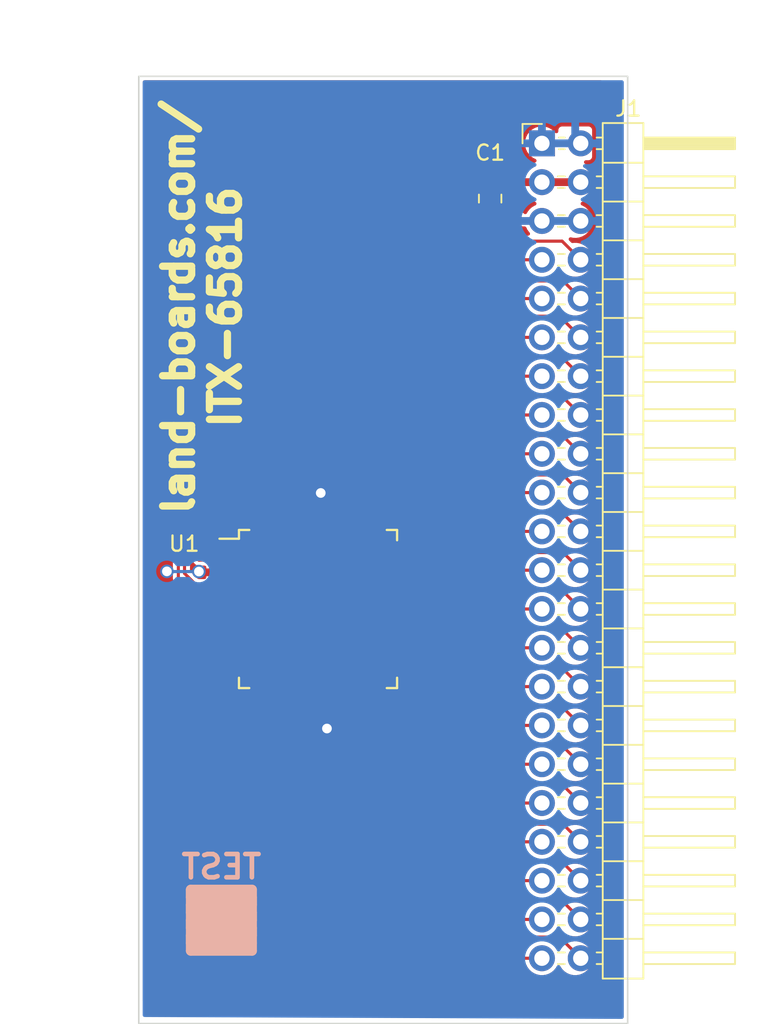
<source format=kicad_pcb>
(kicad_pcb (version 20211014) (generator pcbnew)
  (title_block (title "RETRO-EP4CE15") (date "2022-08-21") (rev "2") (company "land-boards.com"))
  (layers (0 "F.Cu" signal) (31 "B.Cu" signal) (36 "B.SilkS" user "B.Silkscreen") (37 "F.SilkS" user "F.Silkscreen") (38 "B.Mask" user) (39 "F.Mask" user) (44 "Edge.Cuts" user))
  (net 0 "")
  (net 1 "/IO_AA13")
  (net 2 "GND")
  (net 3 "+3V3")
  (net 4 "/IO_AB13")
  (net 5 "/IO_AA14")
  (net 6 "/IO_AB14")
  (net 7 "/IO_AA15")
  (net 8 "/IO_AB15")
  (net 9 "/IO_AA16")
  (net 10 "/IO_AB16")
  (net 11 "/IO_AA17")
  (net 12 "/IO_AB17")
  (net 13 "/IO_AA18")
  (net 14 "/IO_AB18")
  (net 15 "/IO_AA19")
  (net 16 "/IO_AB19")
  (net 17 "/IO_AB20")
  (net 18 "/IO_AA20")
  (net 19 "/IO_Y21")
  (net 20 "/IO_Y22")
  (net 21 "/IO_W21")
  (net 22 "/IO_W22")
  (net 23 "/IO_V21")
  (net 24 "/IO_V22")
  (net 25 "/IO_U21")
  (net 26 "/IO_U22")
  (net 27 "/IO_R21")
  (net 28 "/IO_R22")
  (net 29 "/IO_P21")
  (net 30 "/IO_P22")
  (net 31 "/IO_N21")
  (net 32 "/IO_M21")
  (net 33 "/IO_M22")
  (net 34 "/IO_L21")
  (net 35 "/IO_L22")
  (net 36 "/IO_K21")
  (net 37 "/IO_K22")
  (net 38 "/IO_J21")
  (net 39 "/IO_J22")
  (net 40 "/IO_N22")
  (footprint "LandBoards_Marking:TEST_BLK-REAR" (layer "F.Cu") (at 89.408 110.236)
    (fp_text reference "TEST" (at 0 -3.5) (layer "B.SilkS") (effects (font (size 1.524 1.524) (thickness 0.3048)) (justify mirror)))
    (fp_text value "COUPON" hide)
    (fp_line (start -2 -1) (end -2 -0.5) (layer "B.SilkS") (width 0.65))
    (fp_line (start 2 -1) (end -2 -1) (layer "B.SilkS") (width 0.65))
    (fp_line (start -2 -0.5) (end 2 -0.5) (layer "B.SilkS") (width 0.65))
    (fp_line (start 2 0.5) (end 2 1) (layer "B.SilkS") (width 0.65))
    (fp_line (start 2 -2) (end 2 2) (layer "B.SilkS") (width 0.65))
    (fp_line (start -2 0.5) (end 1.5 0.5) (layer "B.SilkS") (width 0.65))
    (fp_line (start 1.5 0.5) (end 2 0.5) (layer "B.SilkS") (width 0.65))
    (fp_line (start -2 -2) (end 2 -2) (layer "B.SilkS") (width 0.65))
    (fp_line (start 2 0) (end -2 0) (layer "B.SilkS") (width 0.65))
    (fp_line (start -2 -2) (end -2 -1.5) (layer "B.SilkS") (width 0.65))
    (fp_line (start -2 1.5) (end 2 1.5) (layer "B.SilkS") (width 0.65))
    (fp_line (start 2 1) (end -2 1) (layer "B.SilkS") (width 0.65))
    (fp_line (start -2 0) (end -2 0.5) (layer "B.SilkS") (width 0.65))
    (fp_line (start 2 -1.5) (end 2 -1) (layer "B.SilkS") (width 0.65))
    (fp_line (start -2 1) (end -2 1.5) (layer "B.SilkS") (width 0.65))
    (fp_line (start 2 -0.5) (end 2 0) (layer "B.SilkS") (width 0.65))
    (fp_line (start 2 2) (end -2 2) (layer "B.SilkS") (width 0.65))
    (fp_line (start -2 -1.5) (end 2 -1.5) (layer "B.SilkS") (width 0.65))
    (fp_line (start -2 2) (end -2 -2) (layer "B.SilkS") (width 0.65))
  )
  (footprint "Package_QFP:PQFP-44_10x10mm_P0.8mm" (layer "F.Cu") (at 95.7326 89.8652)
    (fp_text reference "U1" (at -8.763 -4.2672) (layer "F.SilkS"))
    (fp_text value "W65C816S6TQG-14")
    (fp_line (start -5.175 -5.175) (end -4.5 -5.175) (layer "F.SilkS") (width 0.15))
    (fp_line (start -5.175 5.175) (end -5.175 4.5) (layer "F.SilkS") (width 0.15))
    (fp_line (start 5.175 5.175) (end 4.5 5.175) (layer "F.SilkS") (width 0.15))
    (fp_line (start -5.175 5.175) (end -4.5 5.175) (layer "F.SilkS") (width 0.15))
    (fp_line (start 5.175 -5.175) (end 4.5 -5.175) (layer "F.SilkS") (width 0.15))
    (fp_line (start -5.175 -5.175) (end -5.175 -4.6) (layer "F.SilkS") (width 0.15))
    (fp_line (start -5.175 -4.6) (end -6.45 -4.6) (layer "F.SilkS") (width 0.15))
    (fp_line (start 5.175 -5.175) (end 5.175 -4.5) (layer "F.SilkS") (width 0.15))
    (fp_line (start 5.175 5.175) (end 5.175 4.5) (layer "F.SilkS") (width 0.15))
    (pad "1" smd rect (at -6.05 -4) (size 1.5 0.52) (layers "F.Cu" "F.Paste" "F.Mask") (net 5 "/IO_AA14"))
    (pad "2" smd rect (at -6.05 -3.2) (size 1.5 0.52) (layers "F.Cu" "F.Paste" "F.Mask") (net 6 "/IO_AB14"))
    (pad "3" smd rect (at -6.05 -2.4) (size 1.5 0.52) (layers "F.Cu" "F.Paste" "F.Mask") (net 3 "+3V3"))
    (pad "4" smd rect (at -6.05 -1.6) (size 1.5 0.52) (layers "F.Cu" "F.Paste" "F.Mask") (net 1 "/IO_AA13"))
    (pad "5" smd rect (at -6.05 -0.8) (size 1.5 0.52) (layers "F.Cu" "F.Paste" "F.Mask") (net 4 "/IO_AB13"))
    (pad "6" smd rect (at -6.05 0) (size 1.5 0.52) (layers "F.Cu" "F.Paste" "F.Mask"))
    (pad "7" smd rect (at -6.05 0.8) (size 1.5 0.52) (layers "F.Cu" "F.Paste" "F.Mask") (net 39 "/IO_J22"))
    (pad "8" smd rect (at -6.05 1.6) (size 1.5 0.52) (layers "F.Cu" "F.Paste" "F.Mask") (net 38 "/IO_J21"))
    (pad "9" smd rect (at -6.05 2.4) (size 1.5 0.52) (layers "F.Cu" "F.Paste" "F.Mask") (net 37 "/IO_K22"))
    (pad "10" smd rect (at -6.05 3.2) (size 1.5 0.52) (layers "F.Cu" "F.Paste" "F.Mask") (net 36 "/IO_K21"))
    (pad "11" smd rect (at -6.05 4) (size 1.5 0.52) (layers "F.Cu" "F.Paste" "F.Mask") (net 35 "/IO_L22"))
    (pad "12" smd rect (at -4 6.05) (size 0.52 1.5) (layers "F.Cu" "F.Paste" "F.Mask") (net 34 "/IO_L21"))
    (pad "13" smd rect (at -3.2 6.05) (size 0.52 1.5) (layers "F.Cu" "F.Paste" "F.Mask") (net 33 "/IO_M22"))
    (pad "14" smd rect (at -2.4 6.05) (size 0.52 1.5) (layers "F.Cu" "F.Paste" "F.Mask") (net 32 "/IO_M21"))
    (pad "15" smd rect (at -1.6 6.05) (size 0.52 1.5) (layers "F.Cu" "F.Paste" "F.Mask") (net 40 "/IO_N22"))
    (pad "16" smd rect (at -0.8 6.05) (size 0.52 1.5) (layers "F.Cu" "F.Paste" "F.Mask") (net 31 "/IO_N21"))
    (pad "17" smd rect (at 0 6.05) (size 0.52 1.5) (layers "F.Cu" "F.Paste" "F.Mask") (net 2 "GND"))
    (pad "18" smd rect (at 0.8 6.05) (size 0.52 1.5) (layers "F.Cu" "F.Paste" "F.Mask") (net 2 "GND"))
    (pad "19" smd rect (at 1.6 6.05) (size 0.52 1.5) (layers "F.Cu" "F.Paste" "F.Mask") (net 30 "/IO_P22"))
    (pad "20" smd rect (at 2.4 6.05) (size 0.52 1.5) (layers "F.Cu" "F.Paste" "F.Mask") (net 29 "/IO_P21"))
    (pad "21" smd rect (at 3.2 6.05) (size 0.52 1.5) (layers "F.Cu" "F.Paste" "F.Mask") (net 28 "/IO_R22"))
    (pad "22" smd rect (at 4 6.05) (size 0.52 1.5) (layers "F.Cu" "F.Paste" "F.Mask") (net 27 "/IO_R21"))
    (pad "23" smd rect (at 6.05 4) (size 1.5 0.52) (layers "F.Cu" "F.Paste" "F.Mask") (net 26 "/IO_U22"))
    (pad "24" smd rect (at 6.05 3.2) (size 1.5 0.52) (layers "F.Cu" "F.Paste" "F.Mask") (net 25 "/IO_U21"))
    (pad "25" smd rect (at 6.05 2.4) (size 1.5 0.52) (layers "F.Cu" "F.Paste" "F.Mask") (net 24 "/IO_V22"))
    (pad "26" smd rect (at 6.05 1.6) (size 1.5 0.52) (layers "F.Cu" "F.Paste" "F.Mask") (net 23 "/IO_V21"))
    (pad "27" smd rect (at 6.05 0.8) (size 1.5 0.52) (layers "F.Cu" "F.Paste" "F.Mask") (net 22 "/IO_W22"))
    (pad "28" smd rect (at 6.05 0) (size 1.5 0.52) (layers "F.Cu" "F.Paste" "F.Mask") (net 21 "/IO_W21"))
    (pad "29" smd rect (at 6.05 -0.8) (size 1.5 0.52) (layers "F.Cu" "F.Paste" "F.Mask") (net 20 "/IO_Y22"))
    (pad "30" smd rect (at 6.05 -1.6) (size 1.5 0.52) (layers "F.Cu" "F.Paste" "F.Mask") (net 19 "/IO_Y21"))
    (pad "31" smd rect (at 6.05 -2.4) (size 1.5 0.52) (layers "F.Cu" "F.Paste" "F.Mask") (net 3 "+3V3"))
    (pad "32" smd rect (at 6.05 -3.2) (size 1.5 0.52) (layers "F.Cu" "F.Paste" "F.Mask") (net 18 "/IO_AA20"))
    (pad "33" smd rect (at 6.05 -4) (size 1.5 0.52) (layers "F.Cu" "F.Paste" "F.Mask") (net 17 "/IO_AB20"))
    (pad "34" smd rect (at 4 -6.05) (size 0.52 1.5) (layers "F.Cu" "F.Paste" "F.Mask") (net 15 "/IO_AA19"))
    (pad "35" smd rect (at 3.2 -6.05) (size 0.52 1.5) (layers "F.Cu" "F.Paste" "F.Mask") (net 16 "/IO_AB19"))
    (pad "36" smd rect (at 2.4 -6.05) (size 0.52 1.5) (layers "F.Cu" "F.Paste" "F.Mask") (net 13 "/IO_AA18"))
    (pad "37" smd rect (at 1.6 -6.05) (size 0.52 1.5) (layers "F.Cu" "F.Paste" "F.Mask") (net 14 "/IO_AB18"))
    (pad "38" smd rect (at 0.8 -6.05) (size 0.52 1.5) (layers "F.Cu" "F.Paste" "F.Mask") (net 11 "/IO_AA17"))
    (pad "39" smd rect (at 0 -6.05) (size 0.52 1.5) (layers "F.Cu" "F.Paste" "F.Mask") (net 2 "GND"))
    (pad "40" smd rect (at -0.8 -6.05) (size 0.52 1.5) (layers "F.Cu" "F.Paste" "F.Mask") (net 12 "/IO_AB17"))
    (pad "41" smd rect (at -1.6 -6.05) (size 0.52 1.5) (layers "F.Cu" "F.Paste" "F.Mask") (net 9 "/IO_AA16"))
    (pad "42" smd rect (at -2.4 -6.05) (size 0.52 1.5) (layers "F.Cu" "F.Paste" "F.Mask") (net 10 "/IO_AB16"))
    (pad "43" smd rect (at -3.2 -6.05) (size 0.52 1.5) (layers "F.Cu" "F.Paste" "F.Mask") (net 7 "/IO_AA15"))
    (pad "44" smd rect (at -4 -6.05) (size 0.52 1.5) (layers "F.Cu" "F.Paste" "F.Mask") (net 8 "/IO_AB15"))
  )
  (footprint "Connector_PinHeader_2.54mm:PinHeader_2x22_P2.54mm_Horizontal" (layer "F.Cu") (at 110.3884 59.3852)
    (fp_text reference "J1" (at 5.655 -2.27) (layer "F.SilkS"))
    (fp_text value "Conn_02x22_Odd_Even")
    (fp_line (start 12.64 52.96) (end 12.64 53.72) (layer "F.SilkS") (width 0.12))
    (fp_line (start 1.042929 2.16) (end 1.497071 2.16) (layer "F.SilkS") (width 0.12))
    (fp_line (start 3.582929 37.72) (end 3.98 37.72) (layer "F.SilkS") (width 0.12))
    (fp_line (start 1.042929 9.78) (end 1.497071 9.78) (layer "F.SilkS") (width 0.12))
    (fp_line (start 3.582929 30.86) (end 3.98 30.86) (layer "F.SilkS") (width 0.12))
    (fp_line (start 3.582929 51.18) (end 3.98 51.18) (layer "F.SilkS") (width 0.12))
    (fp_line (start 12.64 2.16) (end 12.64 2.92) (layer "F.SilkS") (width 0.12))
    (fp_line (start 12.64 10.54) (end 6.64 10.54) (layer "F.SilkS") (width 0.12))
    (fp_line (start 3.98 29.21) (end 6.64 29.21) (layer "F.SilkS") (width 0.12))
    (fp_line (start 6.64 19.94) (end 12.64 19.94) (layer "F.SilkS") (width 0.12))
    (fp_line (start 3.582929 48.64) (end 3.98 48.64) (layer "F.SilkS") (width 0.12))
    (fp_line (start 12.64 30.86) (end 6.64 30.86) (layer "F.SilkS") (width 0.12))
    (fp_line (start 12.64 0.38) (end 6.64 0.38) (layer "F.SilkS") (width 0.12))
    (fp_line (start 1.042929 22.48) (end 1.497071 22.48) (layer "F.SilkS") (width 0.12))
    (fp_line (start 1.042929 17.4) (end 1.497071 17.4) (layer "F.SilkS") (width 0.12))
    (fp_line (start 3.582929 27.56) (end 3.98 27.56) (layer "F.SilkS") (width 0.12))
    (fp_line (start 3.582929 32.64) (end 3.98 32.64) (layer "F.SilkS") (width 0.12))
    (fp_line (start 3.582929 46.1) (end 3.98 46.1) (layer "F.SilkS") (width 0.12))
    (fp_line (start 1.042929 5.46) (end 1.497071 5.46) (layer "F.SilkS") (width 0.12))
    (fp_line (start 1.042929 8) (end 1.497071 8) (layer "F.SilkS") (width 0.12))
    (fp_line (start 12.64 17.4) (end 12.64 18.16) (layer "F.SilkS") (width 0.12))
    (fp_line (start 12.64 18.16) (end 6.64 18.16) (layer "F.SilkS") (width 0.12))
    (fp_line (start 3.98 19.05) (end 6.64 19.05) (layer "F.SilkS") (width 0.12))
    (fp_line (start 3.582929 50.42) (end 3.98 50.42) (layer "F.SilkS") (width 0.12))
    (fp_line (start 6.64 0.28) (end 12.64 0.28) (layer "F.SilkS") (width 0.12))
    (fp_line (start 3.582929 41.02) (end 3.98 41.02) (layer "F.SilkS") (width 0.12))
    (fp_line (start 3.582929 18.16) (end 3.98 18.16) (layer "F.SilkS") (width 0.12))
    (fp_line (start 12.64 27.56) (end 12.64 28.32) (layer "F.SilkS") (width 0.12))
    (fp_line (start 1.042929 35.94) (end 1.497071 35.94) (layer "F.SilkS") (width 0.12))
    (fp_line (start 1.042929 38.48) (end 1.497071 38.48) (layer "F.SilkS") (width 0.12))
    (fp_line (start 3.98 46.99) (end 6.64 46.99) (layer "F.SilkS") (width 0.12))
    (fp_line (start 12.64 8) (end 6.64 8) (layer "F.SilkS") (width 0.12))
    (fp_line (start 6.64 35.18) (end 12.64 35.18) (layer "F.SilkS") (width 0.12))
    (fp_line (start 12.64 5.46) (end 6.64 5.46) (layer "F.SilkS") (width 0.12))
    (fp_line (start 3.98 1.27) (end 6.64 1.27) (layer "F.SilkS") (width 0.12))
    (fp_line (start 3.582929 35.18) (end 3.98 35.18) (layer "F.SilkS") (width 0.12))
    (fp_line (start 6.64 27.56) (end 12.64 27.56) (layer "F.SilkS") (width 0.12))
    (fp_line (start 12.64 53.72) (end 6.64 53.72) (layer "F.SilkS") (width 0.12))
    (fp_line (start 12.64 22.48) (end 12.64 23.24) (layer "F.SilkS") (width 0.12))
    (fp_line (start 6.64 22.48) (end 12.64 22.48) (layer "F.SilkS") (width 0.12))
    (fp_line (start 3.582929 17.4) (end 3.98 17.4) (layer "F.SilkS") (width 0.12))
    (fp_line (start 3.582929 2.92) (end 3.98 2.92) (layer "F.SilkS") (width 0.12))
    (fp_line (start 3.98 31.75) (end 6.64 31.75) (layer "F.SilkS") (width 0.12))
    (fp_line (start 3.582929 5.46) (end 3.98 5.46) (layer "F.SilkS") (width 0.12))
    (fp_line (start 1.042929 37.72) (end 1.497071 37.72) (layer "F.SilkS") (width 0.12))
    (fp_line (start 1.042929 52.96) (end 1.497071 52.96) (layer "F.SilkS") (width 0.12))
    (fp_line (start 1.11 -0.38) (end 1.497071 -0.38) (layer "F.SilkS") (width 0.12))
    (fp_line (start 1.042929 12.32) (end 1.497071 12.32) (layer "F.SilkS") (width 0.12))
    (fp_line (start 12.64 9.78) (end 12.64 10.54) (layer "F.SilkS") (width 0.12))
    (fp_line (start 6.64 40.26) (end 12.64 40.26) (layer "F.SilkS") (width 0.12))
    (fp_line (start 6.64 45.34) (end 12.64 45.34) (layer "F.SilkS") (width 0.12))
    (fp_line (start 3.582929 23.24) (end 3.98 23.24) (layer "F.SilkS") (width 0.12))
    (fp_line (start 3.582929 8) (end 3.98 8) (layer "F.SilkS") (width 0.12))
    (fp_line (start 3.98 3.81) (end 6.64 3.81) (layer "F.SilkS") (width 0.12))
    (fp_line (start 3.582929 9.78) (end 3.98 9.78) (layer "F.SilkS") (width 0.12))
    (fp_line (start 3.582929 4.7) (end 3.98 4.7) (layer "F.SilkS") (width 0.12))
    (fp_line (start 6.64 -0.2) (end 12.64 -0.2) (layer "F.SilkS") (width 0.12))
    (fp_line (start 6.64 7.24) (end 12.64 7.24) (layer "F.SilkS") (width 0.12))
    (fp_line (start 1.042929 53.72) (end 1.497071 53.72) (layer "F.SilkS") (width 0.12))
    (fp_line (start 6.64 -0.38) (end 12.64 -0.38) (layer "F.SilkS") (width 0.12))
    (fp_line (start 3.582929 52.96) (end 3.98 52.96) (layer "F.SilkS") (width 0.12))
    (fp_line (start 1.042929 19.94) (end 1.497071 19.94) (layer "F.SilkS") (width 0.12))
    (fp_line (start 3.582929 53.72) (end 3.98 53.72) (layer "F.SilkS") (width 0.12))
    (fp_line (start 1.042929 32.64) (end 1.497071 32.64) (layer "F.SilkS") (width 0.12))
    (fp_line (start 12.64 15.62) (end 6.64 15.62) (layer "F.SilkS") (width 0.12))
    (fp_line (start 12.64 42.8) (end 12.64 43.56) (layer "F.SilkS") (width 0.12))
    (fp_line (start 1.042929 14.86) (end 1.497071 14.86) (layer "F.SilkS") (width 0.12))
    (fp_line (start 12.64 41.02) (end 6.64 41.02) (layer "F.SilkS") (width 0.12))
    (fp_line (start 3.98 36.83) (end 6.64 36.83) (layer "F.SilkS") (width 0.12))
    (fp_line (start 12.64 13.08) (end 6.64 13.08) (layer "F.SilkS") (width 0.12))
    (fp_line (start 6.64 -0.08) (end 12.64 -0.08) (layer "F.SilkS") (width 0.12))
    (fp_line (start 3.582929 40.26) (end 3.98 40.26) (layer "F.SilkS") (width 0.12))
    (fp_line (start 3.98 8.89) (end 6.64 8.89) (layer "F.SilkS") (width 0.12))
    (fp_line (start 1.042929 40.26) (end 1.497071 40.26) (layer "F.SilkS") (width 0.12))
    (fp_line (start 6.64 0.16) (end 12.64 0.16) (layer "F.SilkS") (width 0.12))
    (fp_line (start 1.042929 23.24) (end 1.497071 23.24) (layer "F.SilkS") (width 0.12))
    (fp_line (start 3.582929 -0.38) (end 3.98 -0.38) (layer "F.SilkS") (width 0.12))
    (fp_line (start 6.64 14.86) (end 12.64 14.86) (layer "F.SilkS") (width 0.12))
    (fp_line (start 3.98 26.67) (end 6.64 26.67) (layer "F.SilkS") (width 0.12))
    (fp_line (start 3.582929 28.32) (end 3.98 28.32) (layer "F.SilkS") (width 0.12))
    (fp_line (start 3.582929 2.16) (end 3.98 2.16) (layer "F.SilkS") (width 0.12))
    (fp_line (start 3.582929 15.62) (end 3.98 15.62) (layer "F.SilkS") (width 0.12))
    (fp_line (start -1.27 -1.27) (end 0 -1.27) (layer "F.SilkS") (width 0.12))
    (fp_line (start 12.64 7.24) (end 12.64 8) (layer "F.SilkS") (width 0.12))
    (fp_line (start 12.64 51.18) (end 6.64 51.18) (layer "F.SilkS") (width 0.12))
    (fp_line (start 6.64 -0.32) (end 12.64 -0.32) (layer "F.SilkS") (width 0.12))
    (fp_line (start 1.042929 30.86) (end 1.497071 30.86) (layer "F.SilkS") (width 0.12))
    (fp_line (start 12.64 14.86) (end 12.64 15.62) (layer "F.SilkS") (width 0.12))
    (fp_line (start 12.64 38.48) (end 6.64 38.48) (layer "F.SilkS") (width 0.12))
    (fp_line (start 3.98 13.97) (end 6.64 13.97) (layer "F.SilkS") (width 0.12))
    (fp_line (start 3.98 41.91) (end 6.64 41.91) (layer "F.SilkS") (width 0.12))
    (fp_line (start 1.042929 15.62) (end 1.497071 15.62) (layer "F.SilkS") (width 0.12))
    (fp_line (start 3.98 -1.33) (end 3.98 54.67) (layer "F.SilkS") (width 0.12))
    (fp_line (start 6.64 50.42) (end 12.64 50.42) (layer "F.SilkS") (width 0.12))
    (fp_line (start 1.042929 30.1) (end 1.497071 30.1) (layer "F.SilkS") (width 0.12))
    (fp_line (start 12.64 47.88) (end 12.64 48.64) (layer "F.SilkS") (width 0.12))
    (fp_line (start 1.042929 45.34) (end 1.497071 45.34) (layer "F.SilkS") (width 0.12))
    (fp_line (start -1.27 0) (end -1.27 -1.27) (layer "F.SilkS") (width 0.12))
    (fp_line (start 3.582929 35.94) (end 3.98 35.94) (layer "F.SilkS") (width 0.12))
    (fp_line (start 1.042929 20.7) (end 1.497071 20.7) (layer "F.SilkS") (width 0.12))
    (fp_line (start 6.64 2.16) (end 12.64 2.16) (layer "F.SilkS") (width 0.12))
    (fp_line (start 6.64 9.78) (end 12.64 9.78) (layer "F.SilkS") (width 0.12))
    (fp_line (start 12.64 48.64) (end 6.64 48.64) (layer "F.SilkS") (width 0.12))
    (fp_line (start 3.582929 33.4) (end 3.98 33.4) (layer "F.SilkS") (width 0.12))
    (fp_line (start 3.582929 20.7) (end 3.98 20.7) (layer "F.SilkS") (width 0.12))
    (fp_line (start 3.582929 13.08) (end 3.98 13.08) (layer "F.SilkS") (width 0.12))
    (fp_line (start 3.582929 30.1) (end 3.98 30.1) (layer "F.SilkS") (width 0.12))
    (fp_line (start 3.98 52.07) (end 6.64 52.07) (layer "F.SilkS") (width 0.12))
    (fp_line (start 1.042929 43.56) (end 1.497071 43.56) (layer "F.SilkS") (width 0.12))
    (fp_line (start 3.98 24.13) (end 6.64 24.13) (layer "F.SilkS") (width 0.12))
    (fp_line (start 1.042929 47.88) (end 1.497071 47.88) (layer "F.SilkS") (width 0.12))
    (fp_line (start 3.582929 45.34) (end 3.98 45.34) (layer "F.SilkS") (width 0.12))
    (fp_line (start 12.64 25.78) (end 6.64 25.78) (layer "F.SilkS") (width 0.12))
    (fp_line (start 3.582929 19.94) (end 3.98 19.94) (layer "F.SilkS") (width 0.12))
    (fp_line (start 6.64 17.4) (end 12.64 17.4) (layer "F.SilkS") (width 0.12))
    (fp_line (start 12.64 45.34) (end 12.64 46.1) (layer "F.SilkS") (width 0.12))
    (fp_line (start 6.64 32.64) (end 12.64 32.64) (layer "F.SilkS") (width 0.12))
    (fp_line (start 12.64 46.1) (end 6.64 46.1) (layer "F.SilkS") (width 0.12))
    (fp_line (start 1.042929 33.4) (end 1.497071 33.4) (layer "F.SilkS") (width 0.12))
    (fp_line (start 6.64 4.7) (end 12.64 4.7) (layer "F.SilkS") (width 0.12))
    (fp_line (start 3.582929 0.38) (end 3.98 0.38) (layer "F.SilkS") (width 0.12))
    (fp_line (start 12.64 19.94) (end 12.64 20.7) (layer "F.SilkS") (width 0.12))
    (fp_line (start 6.64 42.8) (end 12.64 42.8) (layer "F.SilkS") (width 0.12))
    (fp_line (start 12.64 23.24) (end 6.64 23.24) (layer "F.SilkS") (width 0.12))
    (fp_line (start 1.042929 41.02) (end 1.497071 41.02) (layer "F.SilkS") (width 0.12))
    (fp_line (start 1.042929 18.16) (end 1.497071 18.16) (layer "F.SilkS") (width 0.12))
    (fp_line (start 12.64 28.32) (end 6.64 28.32) (layer "F.SilkS") (width 0.12))
    (fp_line (start 1.042929 13.08) (end 1.497071 13.08) (layer "F.SilkS") (width 0.12))
    (fp_line (start 3.582929 25.02) (end 3.98 25.02) (layer "F.SilkS") (width 0.12))
    (fp_line (start 1.042929 4.7) (end 1.497071 4.7) (layer "F.SilkS") (width 0.12))
    (fp_line (start 3.582929 25.78) (end 3.98 25.78) (layer "F.SilkS") (width 0.12))
    (fp_line (start 1.042929 51.18) (end 1.497071 51.18) (layer "F.SilkS") (width 0.12))
    (fp_line (start 1.042929 10.54) (end 1.497071 10.54) (layer "F.SilkS") (width 0.12))
    (fp_line (start 1.042929 7.24) (end 1.497071 7.24) (layer "F.SilkS") (width 0.12))
    (fp_line (start 1.042929 35.18) (end 1.497071 35.18) (layer "F.SilkS") (width 0.12))
    (fp_line (start 6.64 -1.33) (end 3.98 -1.33) (layer "F.SilkS") (width 0.12))
    (fp_line (start 1.042929 25.78) (end 1.497071 25.78) (layer "F.SilkS") (width 0.12))
    (fp_line (start 3.582929 38.48) (end 3.98 38.48) (layer "F.SilkS") (width 0.12))
    (fp_line (start 1.042929 50.42) (end 1.497071 50.42) (layer "F.SilkS") (width 0.12))
    (fp_line (start 12.64 33.4) (end 6.64 33.4) (layer "F.SilkS") (width 0.12))
    (fp_line (start 1.042929 28.32) (end 1.497071 28.32) (layer "F.SilkS") (width 0.12))
    (fp_line (start 1.042929 48.64) (end 1.497071 48.64) (layer "F.SilkS") (width 0.12))
    (fp_line (start 6.64 47.88) (end 12.64 47.88) (layer "F.SilkS") (width 0.12))
    (fp_line (start 12.64 37.72) (end 12.64 38.48) (layer "F.SilkS") (width 0.12))
    (fp_line (start 1.042929 25.02) (end 1.497071 25.02) (layer "F.SilkS") (width 0.12))
    (fp_line (start 12.64 35.18) (end 12.64 35.94) (layer "F.SilkS") (width 0.12))
    (fp_line (start 12.64 40.26) (end 12.64 41.02) (layer "F.SilkS") (width 0.12))
    (fp_line (start 1.042929 27.56) (end 1.497071 27.56) (layer "F.SilkS") (width 0.12))
    (fp_line (start 12.64 35.94) (end 6.64 35.94) (layer "F.SilkS") (width 0.12))
    (fp_line (start 1.042929 42.8) (end 1.497071 42.8) (layer "F.SilkS") (width 0.12))
    (fp_line (start 12.64 50.42) (end 12.64 51.18) (layer "F.SilkS") (width 0.12))
    (fp_line (start 12.64 30.1) (end 12.64 30.86) (layer "F.SilkS") (width 0.12))
    (fp_line (start 3.98 54.67) (end 6.64 54.67) (layer "F.SilkS") (width 0.12))
    (fp_line (start 6.64 12.32) (end 12.64 12.32) (layer "F.SilkS") (width 0.12))
    (fp_line (start 3.98 16.51) (end 6.64 16.51) (layer "F.SilkS") (width 0.12))
    (fp_line (start 3.582929 43.56) (end 3.98 43.56) (layer "F.SilkS") (width 0.12))
    (fp_line (start 6.64 0.04) (end 12.64 0.04) (layer "F.SilkS") (width 0.12))
    (fp_line (start 3.98 49.53) (end 6.64 49.53) (layer "F.SilkS") (width 0.12))
    (fp_line (start 6.64 30.1) (end 12.64 30.1) (layer "F.SilkS") (width 0.12))
    (fp_line (start 12.64 43.56) (end 6.64 43.56) (layer "F.SilkS") (width 0.12))
    (fp_line (start 3.582929 12.32) (end 3.98 12.32) (layer "F.SilkS") (width 0.12))
    (fp_line (start 3.98 21.59) (end 6.64 21.59) (layer "F.SilkS") (width 0.12))
    (fp_line (start 12.64 20.7) (end 6.64 20.7) (layer "F.SilkS") (width 0.12))
    (fp_line (start 3.98 44.45) (end 6.64 44.45) (layer "F.SilkS") (width 0.12))
    (fp_line (start 12.64 25.02) (end 12.64 25.78) (layer "F.SilkS") (width 0.12))
    (fp_line (start 12.64 -0.38) (end 12.64 0.38) (layer "F.SilkS") (width 0.12))
    (fp_line (start 6.64 54.67) (end 6.64 -1.33) (layer "F.SilkS") (width 0.12))
    (fp_line (start 3.98 11.43) (end 6.64 11.43) (layer "F.SilkS") (width 0.12))
    (fp_line (start 1.042929 2.92) (end 1.497071 2.92) (layer "F.SilkS") (width 0.12))
    (fp_line (start 1.11 0.38) (end 1.497071 0.38) (layer "F.SilkS") (width 0.12))
    (fp_line (start 12.64 2.92) (end 6.64 2.92) (layer "F.SilkS") (width 0.12))
    (fp_line (start 6.64 52.96) (end 12.64 52.96) (layer "F.SilkS") (width 0.12))
    (fp_line (start 3.582929 42.8) (end 3.98 42.8) (layer "F.SilkS") (width 0.12))
    (fp_line (start 3.582929 22.48) (end 3.98 22.48) (layer "F.SilkS") (width 0.12))
    (fp_line (start 12.64 12.32) (end 12.64 13.08) (layer "F.SilkS") (width 0.12))
    (fp_line (start 12.64 32.64) (end 12.64 33.4) (layer "F.SilkS") (width 0.12))
    (fp_line (start 6.64 37.72) (end 12.64 37.72) (layer "F.SilkS") (width 0.12))
    (fp_line (start 3.582929 14.86) (end 3.98 14.86) (layer "F.SilkS") (width 0.12))
    (fp_line (start 3.98 39.37) (end 6.64 39.37) (layer "F.SilkS") (width 0.12))
    (fp_line (start 3.98 34.29) (end 6.64 34.29) (layer "F.SilkS") (width 0.12))
    (fp_line (start 6.64 25.02) (end 12.64 25.02) (layer "F.SilkS") (width 0.12))
    (fp_line (start 3.582929 47.88) (end 3.98 47.88) (layer "F.SilkS") (width 0.12))
    (fp_line (start 3.582929 10.54) (end 3.98 10.54) (layer "F.SilkS") (width 0.12))
    (fp_line (start 3.582929 7.24) (end 3.98 7.24) (layer "F.SilkS") (width 0.12))
    (fp_line (start 12.64 4.7) (end 12.64 5.46) (layer "F.SilkS") (width 0.12))
    (fp_line (start 3.98 6.35) (end 6.64 6.35) (layer "F.SilkS") (width 0.12))
    (fp_line (start 1.042929 46.1) (end 1.497071 46.1) (layer "F.SilkS") (width 0.12))
    (pad "1" thru_hole rect (at 0 0) (size 1.7 1.7) (drill 1) (layers *.Cu *.Mask) (net 2 "GND"))
    (pad "2" thru_hole oval (at 2.54 0) (size 1.7 1.7) (drill 1) (layers *.Cu *.Mask) (net 2 "GND"))
    (pad "3" thru_hole oval (at 0 2.54) (size 1.7 1.7) (drill 1) (layers *.Cu *.Mask) (net 3 "+3V3"))
    (pad "4" thru_hole oval (at 2.54 2.54) (size 1.7 1.7) (drill 1) (layers *.Cu *.Mask) (net 3 "+3V3"))
    (pad "5" thru_hole oval (at 0 5.08) (size 1.7 1.7) (drill 1) (layers *.Cu *.Mask) (net 2 "GND"))
    (pad "6" thru_hole oval (at 2.54 5.08) (size 1.7 1.7) (drill 1) (layers *.Cu *.Mask) (net 2 "GND"))
    (pad "7" thru_hole oval (at 0 7.62) (size 1.7 1.7) (drill 1) (layers *.Cu *.Mask) (net 1 "/IO_AA13"))
    (pad "8" thru_hole oval (at 2.54 7.62) (size 1.7 1.7) (drill 1) (layers *.Cu *.Mask) (net 4 "/IO_AB13"))
    (pad "9" thru_hole oval (at 0 10.16) (size 1.7 1.7) (drill 1) (layers *.Cu *.Mask) (net 5 "/IO_AA14"))
    (pad "10" thru_hole oval (at 2.54 10.16) (size 1.7 1.7) (drill 1) (layers *.Cu *.Mask) (net 6 "/IO_AB14"))
    (pad "11" thru_hole oval (at 0 12.7) (size 1.7 1.7) (drill 1) (layers *.Cu *.Mask) (net 7 "/IO_AA15"))
    (pad "12" thru_hole oval (at 2.54 12.7) (size 1.7 1.7) (drill 1) (layers *.Cu *.Mask) (net 8 "/IO_AB15"))
    (pad "13" thru_hole oval (at 0 15.24) (size 1.7 1.7) (drill 1) (layers *.Cu *.Mask) (net 9 "/IO_AA16"))
    (pad "14" thru_hole oval (at 2.54 15.24) (size 1.7 1.7) (drill 1) (layers *.Cu *.Mask) (net 10 "/IO_AB16"))
    (pad "15" thru_hole oval (at 0 17.78) (size 1.7 1.7) (drill 1) (layers *.Cu *.Mask) (net 11 "/IO_AA17"))
    (pad "16" thru_hole oval (at 2.54 17.78) (size 1.7 1.7) (drill 1) (layers *.Cu *.Mask) (net 12 "/IO_AB17"))
    (pad "17" thru_hole oval (at 0 20.32) (size 1.7 1.7) (drill 1) (layers *.Cu *.Mask) (net 13 "/IO_AA18"))
    (pad "18" thru_hole oval (at 2.54 20.32) (size 1.7 1.7) (drill 1) (layers *.Cu *.Mask) (net 14 "/IO_AB18"))
    (pad "19" thru_hole oval (at 0 22.86) (size 1.7 1.7) (drill 1) (layers *.Cu *.Mask) (net 15 "/IO_AA19"))
    (pad "20" thru_hole oval (at 2.54 22.86) (size 1.7 1.7) (drill 1) (layers *.Cu *.Mask) (net 16 "/IO_AB19"))
    (pad "21" thru_hole oval (at 0 25.4) (size 1.7 1.7) (drill 1) (layers *.Cu *.Mask) (net 18 "/IO_AA20"))
    (pad "22" thru_hole oval (at 2.54 25.4) (size 1.7 1.7) (drill 1) (layers *.Cu *.Mask) (net 17 "/IO_AB20"))
    (pad "23" thru_hole oval (at 0 27.94) (size 1.7 1.7) (drill 1) (layers *.Cu *.Mask) (net 20 "/IO_Y22"))
    (pad "24" thru_hole oval (at 2.54 27.94) (size 1.7 1.7) (drill 1) (layers *.Cu *.Mask) (net 19 "/IO_Y21"))
    (pad "25" thru_hole oval (at 0 30.48) (size 1.7 1.7) (drill 1) (layers *.Cu *.Mask) (net 22 "/IO_W22"))
    (pad "26" thru_hole oval (at 2.54 30.48) (size 1.7 1.7) (drill 1) (layers *.Cu *.Mask) (net 21 "/IO_W21"))
    (pad "27" thru_hole oval (at 0 33.02) (size 1.7 1.7) (drill 1) (layers *.Cu *.Mask) (net 24 "/IO_V22"))
    (pad "28" thru_hole oval (at 2.54 33.02) (size 1.7 1.7) (drill 1) (layers *.Cu *.Mask) (net 23 "/IO_V21"))
    (pad "29" thru_hole oval (at 0 35.56) (size 1.7 1.7) (drill 1) (layers *.Cu *.Mask) (net 26 "/IO_U22"))
    (pad "30" thru_hole oval (at 2.54 35.56) (size 1.7 1.7) (drill 1) (layers *.Cu *.Mask) (net 25 "/IO_U21"))
    (pad "31" thru_hole oval (at 0 38.1) (size 1.7 1.7) (drill 1) (layers *.Cu *.Mask) (net 28 "/IO_R22"))
    (pad "32" thru_hole oval (at 2.54 38.1) (size 1.7 1.7) (drill 1) (layers *.Cu *.Mask) (net 27 "/IO_R21"))
    (pad "33" thru_hole oval (at 0 40.64) (size 1.7 1.7) (drill 1) (layers *.Cu *.Mask) (net 30 "/IO_P22"))
    (pad "34" thru_hole oval (at 2.54 40.64) (size 1.7 1.7) (drill 1) (layers *.Cu *.Mask) (net 29 "/IO_P21"))
    (pad "35" thru_hole oval (at 0 43.18) (size 1.7 1.7) (drill 1) (layers *.Cu *.Mask) (net 40 "/IO_N22"))
    (pad "36" thru_hole oval (at 2.54 43.18) (size 1.7 1.7) (drill 1) (layers *.Cu *.Mask) (net 31 "/IO_N21"))
    (pad "37" thru_hole oval (at 0 45.72) (size 1.7 1.7) (drill 1) (layers *.Cu *.Mask) (net 33 "/IO_M22"))
    (pad "38" thru_hole oval (at 2.54 45.72) (size 1.7 1.7) (drill 1) (layers *.Cu *.Mask) (net 32 "/IO_M21"))
    (pad "39" thru_hole oval (at 0 48.26) (size 1.7 1.7) (drill 1) (layers *.Cu *.Mask) (net 35 "/IO_L22"))
    (pad "40" thru_hole oval (at 2.54 48.26) (size 1.7 1.7) (drill 1) (layers *.Cu *.Mask) (net 34 "/IO_L21"))
    (pad "41" thru_hole oval (at 0 50.8) (size 1.7 1.7) (drill 1) (layers *.Cu *.Mask) (net 37 "/IO_K22"))
    (pad "42" thru_hole oval (at 2.54 50.8) (size 1.7 1.7) (drill 1) (layers *.Cu *.Mask) (net 36 "/IO_K21"))
    (pad "43" thru_hole oval (at 0 53.34) (size 1.7 1.7) (drill 1) (layers *.Cu *.Mask) (net 39 "/IO_J22"))
    (pad "44" thru_hole oval (at 2.54 53.34) (size 1.7 1.7) (drill 1) (layers *.Cu *.Mask) (net 38 "/IO_J21"))
  )
  (footprint "Capacitor_SMD:C_0805_2012Metric_Pad1.18x1.45mm_HandSolder" (layer "F.Cu") (at 107 63 -90)
    (fp_text reference "C1" (at -3 0) (layer "F.SilkS"))
    (fp_text value "0.1uF")
    (fp_line (start -0.261252 -0.735) (end 0.261252 -0.735) (layer "F.SilkS") (width 0.12))
    (fp_line (start -0.261252 0.735) (end 0.261252 0.735) (layer "F.SilkS") (width 0.12))
    (pad "1" smd roundrect (at -1.0375 0 270) (size 1.175 1.45) (layers "F.Cu" "F.Paste" "F.Mask") (roundrect_rratio 0.2127659574) (net 3 "+3V3"))
    (pad "2" smd roundrect (at 1.0375 0 270) (size 1.175 1.45) (layers "F.Cu" "F.Paste" "F.Mask") (roundrect_rratio 0.2127659574) (net 2 "GND"))
  )
  (gr_rect (start 84 55) (end 116 117) (layer "Edge.Cuts") (width 0.1) (fill none))
  (gr_text "land-boards.com/\nITX-65816" (at 88.138 70.104 90) (layer "F.SilkS") (effects (font (size 1.905 1.905) (thickness 0.47625))))
  (segment (start 101.092 67.0052) (end 110.3884 67.0052) (width 0.2032) (layer "F.Cu") (net 1))
  (segment (start 87.726999 88.2652) (end 86.995 87.533201) (width 0.2032) (layer "F.Cu") (net 1))
  (segment (start 89.6826 88.2652) (end 87.726999 88.2652) (width 0.2032) (layer "F.Cu") (net 1))
  (segment (start 86.995 87.533201) (end 86.995 81.1022) (width 0.2032) (layer "F.Cu") (net 1))
  (segment (start 86.995 81.1022) (end 101.092 67.0052) (width 0.2032) (layer "F.Cu") (net 1))
  (segment (start 95.7326 82.3214) (end 95.7834 82.2706) (width 0.2032) (layer "F.Cu") (net 2))
  (segment (start 110.3884 64.4652) (end 109.1852 64.4652) (width 0.2032) (layer "F.Cu") (net 2))
  (segment (start 95.7326 95.9152) (end 95.7326 97.1042) (width 0.2032) (layer "F.Cu") (net 2))
  (segment (start 95.7326 97.1042) (end 96.3168 97.6884) (width 0.2032) (layer "F.Cu") (net 2))
  (segment (start 96.5326 95.9152) (end 96.5326 97.498) (width 0.2032) (layer "F.Cu") (net 2))
  (segment (start 107.0375 64) (end 108.72 64) (width 0.2032) (layer "F.Cu") (net 2))
  (segment (start 107 64.0375) (end 107.0375 64) (width 0.2032) (layer "F.Cu") (net 2))
  (segment (start 95.7834 82.2706) (end 95.9104 82.2706) (width 0.2032) (layer "F.Cu") (net 2))
  (segment (start 95.7326 83.8152) (end 95.7326 82.3214) (width 0.2032) (layer "F.Cu") (net 2))
  (segment (start 96.5326 97.498) (end 96.3422 97.6884) (width 0.2032) (layer "F.Cu") (net 2))
  (segment (start 96.3422 97.6884) (end 96.3168 97.6884) (width 0.2032) (layer "F.Cu") (net 2))
  (segment (start 109.1852 64.4652) (end 108.72 64) (width 0.2032) (layer "F.Cu") (net 2))
  (via (at 96.3168 97.6884) (size 0.889) (drill 0.635) (layers "F.Cu" "B.Cu") (net 2))
  (via (at 95.9104 82.2706) (size 0.889) (drill 0.635) (layers "F.Cu" "B.Cu") (net 2))
  (segment (start 87.985979 87.4652) (end 87.934779 87.414) (width 0.2032) (layer "F.Cu") (net 3))
  (segment (start 89.6826 87.4652) (end 87.985979 87.4652) (width 0.2032) (layer "F.Cu") (net 3))
  (via (at 87.934779 87.414) (size 0.889) (drill 0.635) (layers "F.Cu" "B.Cu") (net 3))
  (via (at 85.8398 87.4014) (size 0.889) (drill 0.635) (layers "F.Cu" "B.Cu") (net 3))
  (segment (start 87.934779 87.414) (end 85.8524 87.414) (width 0.2032) (layer "B.Cu") (net 3))
  (segment (start 85.8524 87.414) (end 85.8398 87.4014) (width 0.2032) (layer "B.Cu") (net 3))
  (segment (start 89.6826 89.0652) (end 87.8206 89.0652) (width 0.2032) (layer "F.Cu") (net 4))
  (segment (start 111.7092 65.786) (end 112.9284 67.0052) (width 0.2032) (layer "F.Cu") (net 4))
  (segment (start 87.8206 89.0652) (end 86.5886 87.8332) (width 0.2032) (layer "F.Cu") (net 4))
  (segment (start 86.5886 87.8332) (end 86.5886 79.9592) (width 0.2032) (layer "F.Cu") (net 4))
  (segment (start 86.5886 79.9592) (end 100.7618 65.786) (width 0.2032) (layer "F.Cu") (net 4))
  (segment (start 100.7618 65.786) (end 111.7092 65.786) (width 0.2032) (layer "F.Cu") (net 4))
  (segment (start 88.329 85.8652) (end 87.8332 85.3694) (width 0.2032) (layer "F.Cu") (net 5))
  (segment (start 87.8332 85.3694) (end 87.8332 82.3468) (width 0.2032) (layer "F.Cu") (net 5))
  (segment (start 89.6826 85.8652) (end 88.329 85.8652) (width 0.2032) (layer "F.Cu") (net 5))
  (segment (start 87.8332 82.3468) (end 100.6348 69.5452) (width 0.2032) (layer "F.Cu") (net 5))
  (segment (start 100.6348 69.5452) (end 110.3884 69.5452) (width 0.2032) (layer "F.Cu") (net 5))
  (segment (start 100.925511 68.390889) (end 111.774089 68.390889) (width 0.2032) (layer "F.Cu") (net 6))
  (segment (start 111.774089 68.390889) (end 112.9284 69.5452) (width 0.2032) (layer "F.Cu") (net 6))
  (segment (start 87.9352 86.6652) (end 87.4014 86.1314) (width 0.2032) (layer "F.Cu") (net 6))
  (segment (start 89.6826 86.6652) (end 87.9352 86.6652) (width 0.2032) (layer "F.Cu") (net 6))
  (segment (start 87.4014 86.1314) (end 87.4014 81.915) (width 0.2032) (layer "F.Cu") (net 6))
  (segment (start 87.4014 81.915) (end 100.925511 68.390889) (width 0.2032) (layer "F.Cu") (net 6))
  (segment (start 92.5326 80.6446) (end 101.092 72.0852) (width 0.2032) (layer "F.Cu") (net 7))
  (segment (start 92.5326 83.8152) (end 92.5326 80.6446) (width 0.2032) (layer "F.Cu") (net 7))
  (segment (start 101.092 72.0852) (end 110.3884 72.0852) (width 0.2032) (layer "F.Cu") (net 7))
  (segment (start 91.7326 83.8152) (end 91.7326 79.8698) (width 0.2032) (layer "F.Cu") (net 8))
  (segment (start 91.7326 79.8698) (end 100.902889 70.699511) (width 0.2032) (layer "F.Cu") (net 8))
  (segment (start 111.596289 70.699511) (end 111.6076 70.710822) (width 0.2032) (layer "F.Cu") (net 8))
  (segment (start 100.902889 70.699511) (end 111.596289 70.699511) (width 0.2032) (layer "F.Cu") (net 8))
  (segment (start 111.6076 70.710822) (end 111.6076 70.7644) (width 0.2032) (layer "F.Cu") (net 8))
  (segment (start 111.6076 70.7644) (end 112.9284 72.0852) (width 0.2032) (layer "F.Cu") (net 8))
  (segment (start 101.0412 74.6252) (end 110.3884 74.6252) (width 0.2032) (layer "F.Cu") (net 9))
  (segment (start 94.1326 83.8152) (end 94.1326 81.5338) (width 0.2032) (layer "F.Cu") (net 9))
  (segment (start 94.1326 81.5338) (end 101.0412 74.6252) (width 0.2032) (layer "F.Cu") (net 9))
  (segment (start 100.9396 73.3044) (end 111.6076 73.3044) (width 0.2032) (layer "F.Cu") (net 10))
  (segment (start 93.3326 80.9114) (end 100.9396 73.3044) (width 0.2032) (layer "F.Cu") (net 10))
  (segment (start 93.3326 83.8152) (end 93.3326 80.9114) (width 0.2032) (layer "F.Cu") (net 10))
  (segment (start 111.6076 73.3044) (end 112.9284 74.6252) (width 0.2032) (layer "F.Cu") (net 10))
  (segment (start 96.5326 83.8152) (end 96.5326 82.9184) (width 0.2032) (layer "F.Cu") (net 11))
  (segment (start 96.5326 82.9184) (end 102.2858 77.1652) (width 0.2032) (layer "F.Cu") (net 11))
  (segment (start 102.2858 77.1652) (end 110.3884 77.1652) (width 0.2032) (layer "F.Cu") (net 11))
  (segment (start 100.8888 75.9206) (end 111.6838 75.9206) (width 0.2032) (layer "F.Cu") (net 12))
  (segment (start 94.9326 83.8152) (end 94.9326 81.8768) (width 0.2032) (layer "F.Cu") (net 12))
  (segment (start 111.6838 75.9206) (end 112.9284 77.1652) (width 0.2032) (layer "F.Cu") (net 12))
  (segment (start 94.9326 81.8768) (end 100.8888 75.9206) (width 0.2032) (layer "F.Cu") (net 12))
  (segment (start 98.1326 83.8152) (end 98.1326 82.862) (width 0.2032) (layer "F.Cu") (net 13))
  (segment (start 98.1326 82.862) (end 101.2894 79.7052) (width 0.2032) (layer "F.Cu") (net 13))
  (segment (start 101.2894 79.7052) (end 110.3884 79.7052) (width 0.2032) (layer "F.Cu") (net 13))
  (segment (start 97.3326 82.862) (end 101.6832 78.5114) (width 0.2032) (layer "F.Cu") (net 14))
  (segment (start 111.7346 78.5114) (end 112.9284 79.7052) (width 0.2032) (layer "F.Cu") (net 14))
  (segment (start 101.6832 78.5114) (end 111.7346 78.5114) (width 0.2032) (layer "F.Cu") (net 14))
  (segment (start 97.3326 83.8152) (end 97.3326 82.862) (width 0.2032) (layer "F.Cu") (net 14))
  (segment (start 99.7326 83.8152) (end 107.142 83.8152) (width 0.2032) (layer "F.Cu") (net 15))
  (segment (start 108.712 82.2452) (end 107.142 83.8152) (width 0.2032) (layer "F.Cu") (net 15))
  (segment (start 110.3884 82.2452) (end 108.712 82.2452) (width 0.2032) (layer "F.Cu") (net 15))
  (segment (start 98.9326 82.862) (end 100.703711 81.090889) (width 0.2032) (layer "F.Cu") (net 16))
  (segment (start 111.774089 81.090889) (end 112.9284 82.2452) (width 0.2032) (layer "F.Cu") (net 16))
  (segment (start 100.703711 81.090889) (end 111.774089 81.090889) (width 0.2032) (layer "F.Cu") (net 16))
  (segment (start 98.9326 83.8152) (end 98.9326 82.862) (width 0.2032) (layer "F.Cu") (net 16))
  (segment (start 106.3366 85.8652) (end 108.6866 83.5152) (width 0.2032) (layer "F.Cu") (net 17))
  (segment (start 108.6866 83.5152) (end 111.6584 83.5152) (width 0.2032) (layer "F.Cu") (net 17))
  (segment (start 111.6584 83.5152) (end 112.9284 84.7852) (width 0.2032) (layer "F.Cu") (net 17))
  (segment (start 101.7826 85.8652) (end 106.3366 85.8652) (width 0.2032) (layer "F.Cu") (net 17))
  (segment (start 108.2548 84.7852) (end 110.3884 84.7852) (width 0.2032) (layer "F.Cu") (net 18))
  (segment (start 101.7826 86.6652) (end 106.3748 86.6652) (width 0.2032) (layer "F.Cu") (net 18))
  (segment (start 106.3748 86.6652) (end 108.2548 84.7852) (width 0.2032) (layer "F.Cu") (net 18))
  (segment (start 101.7826 88.2652) (end 105.9432 88.2652) (width 0.2032) (layer "F.Cu") (net 19))
  (segment (start 105.9432 88.2652) (end 108.037511 86.170889) (width 0.2032) (layer "F.Cu") (net 19))
  (segment (start 108.037511 86.170889) (end 111.774089 86.170889) (width 0.2032) (layer "F.Cu") (net 19))
  (segment (start 111.774089 86.170889) (end 112.9284 87.3252) (width 0.2032) (layer "F.Cu") (net 19))
  (segment (start 101.7826 89.0652) (end 106.2608 89.0652) (width 0.2032) (layer "F.Cu") (net 20))
  (segment (start 106.2608 89.0652) (end 108.0008 87.3252) (width 0.2032) (layer "F.Cu") (net 20))
  (segment (start 108.0008 87.3252) (end 110.3884 87.3252) (width 0.2032) (layer "F.Cu") (net 20))
  (segment (start 107.95 88.646) (end 106.7308 89.8652) (width 0.2032) (layer "F.Cu") (net 21))
  (segment (start 111.7092 88.646) (end 107.95 88.646) (width 0.2032) (layer "F.Cu") (net 21))
  (segment (start 112.9284 89.8652) (end 111.7092 88.646) (width 0.2032) (layer "F.Cu") (net 21))
  (segment (start 106.7308 89.8652) (end 101.7826 89.8652) (width 0.2032) (layer "F.Cu") (net 21))
  (segment (start 108.1278 89.8652) (end 110.3884 89.8652) (width 0.2032) (layer "F.Cu") (net 22))
  (segment (start 101.7826 90.6652) (end 107.3278 90.6652) (width 0.2032) (layer "F.Cu") (net 22))
  (segment (start 107.3278 90.6652) (end 108.1278 89.8652) (width 0.2032) (layer "F.Cu") (net 22))
  (segment (start 107.8486 91.4652) (end 108.1532 91.1606) (width 0.2032) (layer "F.Cu") (net 23))
  (segment (start 101.7826 91.4652) (end 107.8486 91.4652) (width 0.2032) (layer "F.Cu") (net 23))
  (segment (start 111.6838 91.1606) (end 112.9284 92.4052) (width 0.2032) (layer "F.Cu") (net 23))
  (segment (start 108.1532 91.1606) (end 111.6838 91.1606) (width 0.2032) (layer "F.Cu") (net 23))
  (segment (start 108.5212 92.2652) (end 108.6612 92.4052) (width 0.2032) (layer "F.Cu") (net 24))
  (segment (start 106.4644 92.2652) (end 108.5212 92.2652) (width 0.2032) (layer "F.Cu") (net 24))
  (segment (start 101.7826 92.2652) (end 106.4644 92.2652) (width 0.2032) (layer "F.Cu") (net 24))
  (segment (start 106.4644 92.2652) (end 107.9624 92.2652) (width 0.2032) (layer "F.Cu") (net 24))
  (segment (start 110.3884 92.4052) (end 108.6612 92.4052) (width 0.2032) (layer "F.Cu") (net 24))
  (segment (start 107.1114 93.0652) (end 107.7722 93.726) (width 0.2032) (layer "F.Cu") (net 25))
  (segment (start 101.7826 93.0652) (end 107.1114 93.0652) (width 0.2032) (layer "F.Cu") (net 25))
  (segment (start 111.7092 93.726) (end 112.9284 94.9452) (width 0.2032) (layer "F.Cu") (net 25))
  (segment (start 107.7722 93.726) (end 111.7092 93.726) (width 0.2032) (layer "F.Cu") (net 25))
  (segment (start 106.2228 94.9452) (end 105.1428 93.8652) (width 0.2032) (layer "F.Cu") (net 26))
  (segment (start 105.1428 93.8652) (end 101.7826 93.8652) (width 0.2032) (layer "F.Cu") (net 26))
  (segment (start 110.3884 94.9452) (end 106.2228 94.9452) (width 0.2032) (layer "F.Cu") (net 26))
  (segment (start 102.9462 97.6884) (end 104.394 96.2406) (width 0.2032) (layer "F.Cu") (net 27))
  (segment (start 99.948 97.6884) (end 102.9462 97.6884) (width 0.2032) (layer "F.Cu") (net 27))
  (segment (start 104.394 96.2406) (end 111.6838 96.2406) (width 0.2032) (layer "F.Cu") (net 27))
  (segment (start 111.6838 96.2406) (end 112.9284 97.4852) (width 0.2032) (layer "F.Cu") (net 27))
  (segment (start 99.7326 95.9152) (end 99.7326 97.473) (width 0.2032) (layer "F.Cu") (net 27))
  (segment (start 99.7326 97.473) (end 99.948 97.6884) (width 0.2032) (layer "F.Cu") (net 27))
  (segment (start 105.156 97.4852) (end 110.3884 97.4852) (width 0.2032) (layer "F.Cu") (net 28))
  (segment (start 99.1108 98.0948) (end 104.5464 98.0948) (width 0.2032) (layer "F.Cu") (net 28))
  (segment (start 98.9326 95.9152) (end 98.9326 97.9166) (width 0.2032) (layer "F.Cu") (net 28))
  (segment (start 98.9326 97.9166) (end 99.1108 98.0948) (width 0.2032) (layer "F.Cu") (net 28))
  (segment (start 104.5464 98.0948) (end 105.156 97.4852) (width 0.2032) (layer "F.Cu") (net 28))
  (segment (start 98.9838 98.806) (end 111.7092 98.806) (width 0.2) (layer "F.Cu") (net 29))
  (segment (start 111.7092 98.806) (end 112.9284 100.0252) (width 0.2) (layer "F.Cu") (net 29))
  (segment (start 98.1326 95.9152) (end 98.1326 97.9548) (width 0.2) (layer "F.Cu") (net 29))
  (segment (start 98.1326 97.9548) (end 98.9838 98.806) (width 0.2) (layer "F.Cu") (net 29))
  (segment (start 97.3326 95.9152) (end 97.3326 98.882) (width 0.2) (layer "F.Cu") (net 30))
  (segment (start 97.3326 98.882) (end 98.4758 100.0252) (width 0.2) (layer "F.Cu") (net 30))
  (segment (start 98.4758 100.0252) (end 110.3884 100.0252) (width 0.2) (layer "F.Cu") (net 30))
  (segment (start 94.9326 95.9152) (end 94.9326 97.371) (width 0.2) (layer "F.Cu") (net 31))
  (segment (start 98.8822 101.3206) (end 111.6838 101.3206) (width 0.2) (layer "F.Cu") (net 31))
  (segment (start 94.9326 97.371) (end 98.8822 101.3206) (width 0.2) (layer "F.Cu") (net 31))
  (segment (start 111.6838 101.3206) (end 112.9284 102.5652) (width 0.2) (layer "F.Cu") (net 31))
  (segment (start 93.3326 95.9152) (end 93.3326 96.9648) (width 0.2032) (layer "F.Cu") (net 32))
  (segment (start 100.318689 103.950889) (end 111.774089 103.950889) (width 0.2032) (layer "F.Cu") (net 32))
  (segment (start 111.774089 103.950889) (end 112.9284 105.1052) (width 0.2032) (layer "F.Cu") (net 32))
  (segment (start 93.3326 96.9648) (end 100.318689 103.950889) (width 0.2032) (layer "F.Cu") (net 32))
  (segment (start 92.5326 96.8252) (end 100.8126 105.1052) (width 0.2032) (layer "F.Cu") (net 33))
  (segment (start 100.8126 105.1052) (end 110.3884 105.1052) (width 0.2032) (layer "F.Cu") (net 33))
  (segment (start 92.5326 95.9152) (end 92.5326 96.8252) (width 0.2032) (layer "F.Cu") (net 33))
  (segment (start 111.6076 106.3244) (end 112.9284 107.6452) (width 0.2032) (layer "F.Cu") (net 34))
  (segment (start 91.7326 95.9152) (end 91.7326 97.1428) (width 0.2032) (layer "F.Cu") (net 34))
  (segment (start 100.9142 106.3244) (end 111.6076 106.3244) (width 0.2032) (layer "F.Cu") (net 34))
  (segment (start 91.7326 97.1428) (end 100.9142 106.3244) (width 0.2032) (layer "F.Cu") (net 34))
  (segment (start 96.8756 107.6452) (end 110.3884 107.6452) (width 0.2032) (layer "F.Cu") (net 35))
  (segment (start 89.6826 93.8652) (end 88.583 93.8652) (width 0.2032) (layer "F.Cu") (net 35))
  (segment (start 88.2396 99.0092) (end 96.8756 107.6452) (width 0.2032) (layer "F.Cu") (net 35))
  (segment (start 88.583 93.8652) (end 88.2396 94.2086) (width 0.2032) (layer "F.Cu") (net 35))
  (segment (start 88.2396 94.2086) (end 88.2396 99.0092) (width 0.2032) (layer "F.Cu") (net 35))
  (segment (start 111.76 108.9152) (end 99.695 108.9152) (width 0.2032) (layer "F.Cu") (net 36))
  (segment (start 111.76 109.0168) (end 111.76 108.9152) (width 0.2032) (layer "F.Cu") (net 36))
  (segment (start 99.695 108.9152) (end 99.0346 108.9152) (width 0.2032) (layer "F.Cu") (net 36))
  (segment (start 89.6826 93.0652) (end 88.6972 93.0652) (width 0.2032) (layer "F.Cu") (net 36))
  (segment (start 88.6972 93.0652) (end 87.7824 93.98) (width 0.2032) (layer "F.Cu") (net 36))
  (segment (start 87.7824 93.98) (end 87.7824 99.4664) (width 0.2032) (layer "F.Cu") (net 36))
  (segment (start 97.2312 108.9152) (end 87.7824 99.4664) (width 0.2032) (layer "F.Cu") (net 36))
  (segment (start 112.9284 110.1852) (end 111.76 109.0168) (width 0.2032) (layer "F.Cu") (net 36))
  (segment (start 99.0346 108.9152) (end 97.5868 108.9152) (width 0.2032) (layer "F.Cu") (net 36))
  (segment (start 99.695 108.9152) (end 97.2312 108.9152) (width 0.2032) (layer "F.Cu") (net 36))
  (segment (start 87.2998 93.345) (end 87.2998 99.6696) (width 0.2032) (layer "F.Cu") (net 37))
  (segment (start 88.3796 92.2652) (end 87.2998 93.345) (width 0.2032) (layer "F.Cu") (net 37))
  (segment (start 89.6826 92.2652) (end 88.3796 92.2652) (width 0.2032) (layer "F.Cu") (net 37))
  (segment (start 97.8154 110.1852) (end 110.3884 110.1852) (width 0.2032) (layer "F.Cu") (net 37))
  (segment (start 87.2998 99.6696) (end 97.8154 110.1852) (width 0.2032) (layer "F.Cu") (net 37))
  (segment (start 89.6826 91.4652) (end 88.2398 91.4652) (width 0.2032) (layer "F.Cu") (net 38))
  (segment (start 86.741 92.964) (end 86.741 99.7204) (width 0.2032) (layer "F.Cu") (net 38))
  (segment (start 88.2398 91.4652) (end 86.741 92.964) (width 0.2032) (layer "F.Cu") (net 38))
  (segment (start 111.542711 111.339511) (end 112.9284 112.7252) (width 0.2032) (layer "F.Cu") (net 38))
  (segment (start 98.360111 111.339511) (end 111.542711 111.339511) (width 0.2032) (layer "F.Cu") (net 38))
  (segment (start 86.741 99.7204) (end 98.360111 111.339511) (width 0.2032) (layer "F.Cu") (net 38))
  (segment (start 86.2838 100.7618) (end 98.2472 112.7252) (width 0.2032) (layer "F.Cu") (net 39))
  (segment (start 87.5666 90.6652) (end 86.2838 91.948) (width 0.2032) (layer "F.Cu") (net 39))
  (segment (start 89.6826 90.6652) (end 87.5666 90.6652) (width 0.2032) (layer "F.Cu") (net 39))
  (segment (start 98.2472 112.7252) (end 110.3884 112.7252) (width 0.2032) (layer "F.Cu") (net 39))
  (segment (start 86.2838 91.948) (end 86.2838 100.7618) (width 0.2032) (layer "F.Cu") (net 39))
  (segment (start 94.1326 97.140532) (end 99.557268 102.5652) (width 0.2) (layer "F.Cu") (net 40))
  (segment (start 99.557268 102.5652) (end 110.3884 102.5652) (width 0.2) (layer "F.Cu") (net 40))
  (segment (start 94.1326 95.9152) (end 94.1326 97.140532) (width 0.2) (layer "F.Cu") (net 40))
  (zone (net 3) (net_name "+3V3") (layer "F.Cu") (connect_pads (clearance 0.254)) (min_thickness 0.254) (fill yes (thermal_gap 0.508) (thermal_bridge_width 0.508))
    (polygon (pts (xy 114.3254 115.7224) (xy 83.9216 115.6462) (xy 83.9216 55.15) (xy 114.3762 55.15)))
  )
  (zone (net 2) (net_name "GND") (layer "B.Cu") (connect_pads (clearance 0.254)) (min_thickness 0.254) (fill yes (thermal_gap 0.508) (thermal_bridge_width 0.508))
    (polygon (pts (xy 116.296068 116.697713) (xy 83.816068 116.569985) (xy 83.918258 55.175406) (xy 116.322058 55.125334)))
  )
)
</source>
